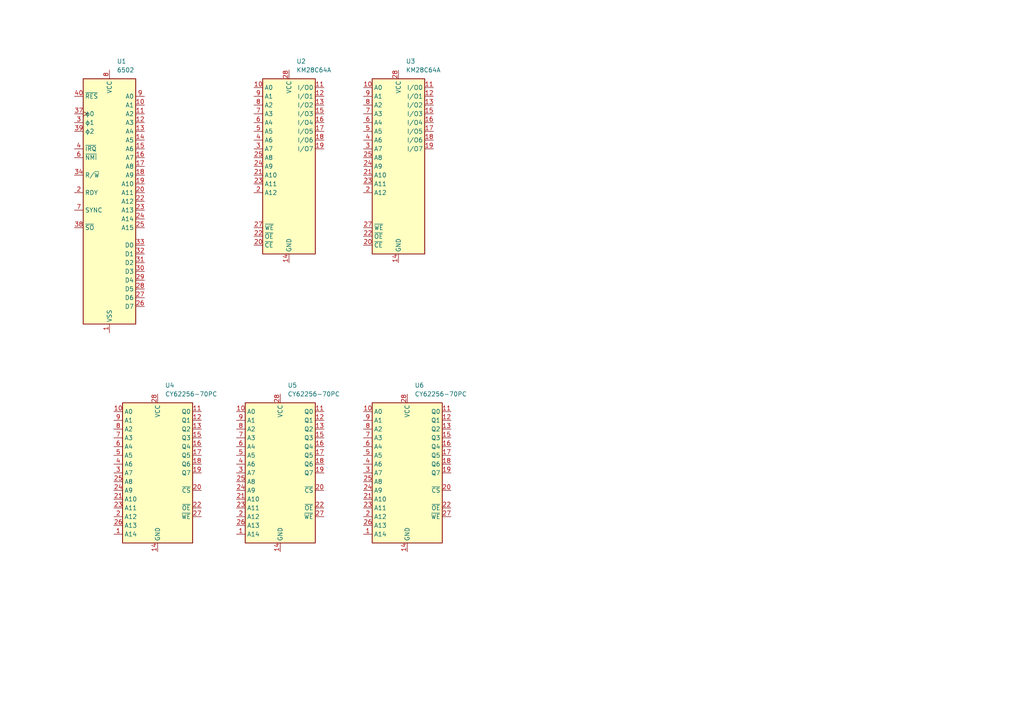
<source format=kicad_sch>
(kicad_sch (version 20250114) (generator "eeschema") (generator_version "9.0")
  (paper "A4")
  (lib_symbols
    (symbol "Memory_EEPROM:KM28C64A"
      (property "Reference" "U" (at -7.62 26.67 0))
      (property "Value" "KM28C64A" (at 2.54 -26.67 0))
      (symbol "KM28C64A_1_1"
        (rectangle (start -7.62 25.4) (end 7.62 -25.4) (stroke (width 0.254)) (fill (type background)))
        (pin input line (at -10.16 22.86 0) (length 2.54) (name "A0") (number "10"))
        (pin input line (at -10.16 20.32 0) (length 2.54) (name "A1") (number "9"))
        (pin input line (at -10.16 17.78 0) (length 2.54) (name "A2") (number "8"))
        (pin input line (at -10.16 15.24 0) (length 2.54) (name "A3") (number "7"))
        (pin input line (at -10.16 12.7 0) (length 2.54) (name "A4") (number "6"))
        (pin input line (at -10.16 10.16 0) (length 2.54) (name "A5") (number "5"))
        (pin input line (at -10.16 7.62 0) (length 2.54) (name "A6") (number "4"))
        (pin input line (at -10.16 5.08 0) (length 2.54) (name "A7") (number "3"))
        (pin input line (at -10.16 2.54 0) (length 2.54) (name "A8") (number "25"))
        (pin input line (at -10.16 0 0) (length 2.54) (name "A9") (number "24"))
        (pin input line (at -10.16 -2.54 0) (length 2.54) (name "A10") (number "21"))
        (pin input line (at -10.16 -5.08 0) (length 2.54) (name "A11") (number "23"))
        (pin input line (at -10.16 -7.62 0) (length 2.54) (name "A12") (number "2"))
        (pin input line (at -10.16 -17.78 0) (length 2.54) (name "~{WE}") (number "27"))
        (pin input line (at -10.16 -20.32 0) (length 2.54) (name "~{OE}") (number "22"))
        (pin input line (at -10.16 -22.86 0) (length 2.54) (name "~{CE}") (number "20"))
        (pin no_connect line (at -7.62 -12.7 0) (length 2.54) (hide yes) (name "NC") (number "1"))
        (pin power_in line (at 0 27.94 270) (length 2.54) (name "VCC") (number "28"))
        (pin power_in line (at 0 -27.94 90) (length 2.54) (name "GND") (number "14"))
        (pin no_connect line (at 7.62 -17.78 180) (length 2.54) (hide yes) (name "NC") (number "26"))
        (pin tri_state line (at 10.16 22.86 180) (length 2.54) (name "I/O0") (number "11"))
        (pin tri_state line (at 10.16 20.32 180) (length 2.54) (name "I/O1") (number "12"))
        (pin tri_state line (at 10.16 17.78 180) (length 2.54) (name "I/O2") (number "13"))
        (pin tri_state line (at 10.16 15.24 180) (length 2.54) (name "I/O3") (number "15"))
        (pin tri_state line (at 10.16 12.7 180) (length 2.54) (name "I/O4") (number "16"))
        (pin tri_state line (at 10.16 10.16 180) (length 2.54) (name "I/O5") (number "17"))
        (pin tri_state line (at 10.16 7.62 180) (length 2.54) (name "I/O6") (number "18"))
        (pin tri_state line (at 10.16 5.08 180) (length 2.54) (name "I/O7") (number "19"))
      )
    )
    (symbol "Memory_RAM:CY62256-70PC"
      (property "Reference" "U" (at -10.16 20.955 0))
      (property "Value" "CY62256-70PC" (at 2.54 20.955 0))
      (symbol "CY62256-70PC_0_0"
        (pin power_in line (at 0 22.86 270) (length 2.54) (name "VCC") (number "28"))
        (pin power_in line (at 0 -22.86 90) (length 2.54) (name "GND") (number "14"))
      )
      (symbol "CY62256-70PC_0_1"
        (rectangle (start -10.16 20.32) (end 10.16 -20.32) (stroke (width 0.254)) (fill (type background)))
      )
      (symbol "CY62256-70PC_1_1"
        (pin input line (at -12.7 17.78 0) (length 2.54) (name "A0") (number "10"))
        (pin input line (at -12.7 15.24 0) (length 2.54) (name "A1") (number "9"))
        (pin input line (at -12.7 12.7 0) (length 2.54) (name "A2") (number "8"))
        (pin input line (at -12.7 10.16 0) (length 2.54) (name "A3") (number "7"))
        (pin input line (at -12.7 7.62 0) (length 2.54) (name "A4") (number "6"))
        (pin input line (at -12.7 5.08 0) (length 2.54) (name "A5") (number "5"))
        (pin input line (at -12.7 2.54 0) (length 2.54) (name "A6") (number "4"))
        (pin input line (at -12.7 0 0) (length 2.54) (name "A7") (number "3"))
        (pin input line (at -12.7 -2.54 0) (length 2.54) (name "A8") (number "25"))
        (pin input line (at -12.7 -5.08 0) (length 2.54) (name "A9") (number "24"))
        (pin input line (at -12.7 -7.62 0) (length 2.54) (name "A10") (number "21"))
        (pin input line (at -12.7 -10.16 0) (length 2.54) (name "A11") (number "23"))
        (pin input line (at -12.7 -12.7 0) (length 2.54) (name "A12") (number "2"))
        (pin input line (at -12.7 -15.24 0) (length 2.54) (name "A13") (number "26"))
        (pin input line (at -12.7 -17.78 0) (length 2.54) (name "A14") (number "1"))
        (pin tri_state line (at 12.7 17.78 180) (length 2.54) (name "Q0") (number "11"))
        (pin tri_state line (at 12.7 15.24 180) (length 2.54) (name "Q1") (number "12"))
        (pin tri_state line (at 12.7 12.7 180) (length 2.54) (name "Q2") (number "13"))
        (pin tri_state line (at 12.7 10.16 180) (length 2.54) (name "Q3") (number "15"))
        (pin tri_state line (at 12.7 7.62 180) (length 2.54) (name "Q4") (number "16"))
        (pin tri_state line (at 12.7 5.08 180) (length 2.54) (name "Q5") (number "17"))
        (pin tri_state line (at 12.7 2.54 180) (length 2.54) (name "Q6") (number "18"))
        (pin tri_state line (at 12.7 0 180) (length 2.54) (name "Q7") (number "19"))
        (pin input line (at 12.7 -5.08 180) (length 2.54) (name "~{CS}") (number "20"))
        (pin input line (at 12.7 -10.16 180) (length 2.54) (name "~{OE}") (number "22"))
        (pin input line (at 12.7 -12.7 180) (length 2.54) (name "~{WE}") (number "27"))
      )
    )
    (symbol "PCM_65xx-library:6502"
      (property "Reference" "U" (at 2.54 40.64 0))
      (property "Value" "6502" (at 2.54 38.1 0))
      (symbol "6502_0_1"
        (rectangle (start -7.62 35.56) (end 7.62 -35.56) (stroke (width 0.254)) (fill (type background)))
      )
      (symbol "6502_1_1"
        (pin input line (at -10.16 30.48 0) (length 2.54) (name "~{RES}") (number "40"))
        (pin input clock (at -10.16 25.4 0) (length 2.54) (name "ϕ0") (number "37"))
        (pin output line (at -10.16 22.86 0) (length 2.54) (name "ϕ1") (number "3"))
        (pin output line (at -10.16 20.32 0) (length 2.54) (name "ϕ2") (number "39"))
        (pin input line (at -10.16 15.24 0) (length 2.54) (name "~{IRQ}") (number "4"))
        (pin input line (at -10.16 12.7 0) (length 2.54) (name "~{NMI}") (number "6"))
        (pin output line (at -10.16 7.62 0) (length 2.54) (name "R/~{W}") (number "34"))
        (pin input line (at -10.16 2.54 0) (length 2.54) (name "RDY") (number "2"))
        (pin output line (at -10.16 -2.54 0) (length 2.54) (name "SYNC") (number "7"))
        (pin input line (at -10.16 -7.62 0) (length 2.54) (name "~{SO}") (number "38"))
        (pin no_connect non_logic (at -7.62 -12.7 0) (length 2.54) (hide yes) (name "nc") (number "5"))
        (pin no_connect non_logic (at -7.62 -15.24 0) (length 2.54) (hide yes) (name "nc") (number "35"))
        (pin no_connect non_logic (at -7.62 -17.78 0) (length 2.54) (hide yes) (name "nc") (number "36"))
        (pin power_in line (at 0 38.1 270) (length 2.54) (name "VCC") (number "8"))
        (pin power_in line (at 0 -38.1 90) (length 2.54) (name "VSS") (number "1"))
        (pin passive line (at 0 -38.1 90) (length 2.54) (hide yes) (name "VSS") (number "21"))
        (pin output line (at 10.16 30.48 180) (length 2.54) (name "A0") (number "9"))
        (pin output line (at 10.16 27.94 180) (length 2.54) (name "A1") (number "10"))
        (pin output line (at 10.16 25.4 180) (length 2.54) (name "A2") (number "11"))
        (pin output line (at 10.16 22.86 180) (length 2.54) (name "A3") (number "12"))
        (pin output line (at 10.16 20.32 180) (length 2.54) (name "A4") (number "13"))
        (pin output line (at 10.16 17.78 180) (length 2.54) (name "A5") (number "14"))
        (pin output line (at 10.16 15.24 180) (length 2.54) (name "A6") (number "15"))
        (pin output line (at 10.16 12.7 180) (length 2.54) (name "A7") (number "16"))
        (pin output line (at 10.16 10.16 180) (length 2.54) (name "A8") (number "17"))
        (pin output line (at 10.16 7.62 180) (length 2.54) (name "A9") (number "18"))
        (pin output line (at 10.16 5.08 180) (length 2.54) (name "A10") (number "19"))
        (pin output line (at 10.16 2.54 180) (length 2.54) (name "A11") (number "20"))
        (pin output line (at 10.16 0 180) (length 2.54) (name "A12") (number "22"))
        (pin output line (at 10.16 -2.54 180) (length 2.54) (name "A13") (number "23"))
        (pin output line (at 10.16 -5.08 180) (length 2.54) (name "A14") (number "24"))
        (pin output line (at 10.16 -7.62 180) (length 2.54) (name "A15") (number "25"))
        (pin bidirectional line (at 10.16 -12.7 180) (length 2.54) (name "D0") (number "33"))
        (pin bidirectional line (at 10.16 -15.24 180) (length 2.54) (name "D1") (number "32"))
        (pin bidirectional line (at 10.16 -17.78 180) (length 2.54) (name "D2") (number "31"))
        (pin bidirectional line (at 10.16 -20.32 180) (length 2.54) (name "D3") (number "30"))
        (pin bidirectional line (at 10.16 -22.86 180) (length 2.54) (name "D4") (number "29"))
        (pin bidirectional line (at 10.16 -25.4 180) (length 2.54) (name "D5") (number "28"))
        (pin bidirectional line (at 10.16 -27.94 180) (length 2.54) (name "D6") (number "27"))
        (pin bidirectional line (at 10.16 -30.48 180) (length 2.54) (name "D7") (number "26"))
      )
    )
  )
  (symbol (lib_id "PCM_65xx-library:6502") (at 31.75 58.42 0) (unit 1)
    (property "Reference" "U1" (at 33.8933 17.78 0) (effects (justify left)))
    (property "Value" "6502" (at 33.8933 20.32 0) (effects (justify left)))
    (property "Footprint" "Package_DIP:DIP-40_W15.24mm" (effects (hide yes)))
    (property "Datasheet" "http://www.6502.org/documents/datasheets/mos/mos_6500_mpu_mar_1980.pdf" (effects (hide yes)))
    (property "Description" "8-bit NMOS Microprocessor, 64K, DIP-40" (effects (hide yes)))
  )
  (symbol (lib_id "Memory_RAM:CY62256-70PC") (at 81.28 137.16 0) (unit 1)
    (property "Reference" "U5" (at 83.4233 111.76 0) (effects (justify left)))
    (property "Value" "CY62256-70PC" (at 83.4233 114.3 0) (effects (justify left)))
    (property "Footprint" "Package_DIP:DIP-28_W15.24mm" (effects (hide yes)))
    (property "Datasheet" "https://ecee.colorado.edu/~mcclurel/Cypress_SRAM_CY62256.pdf" (effects (hide yes)))
    (property "Description" "256K (32K x 8) Static RAM, 70ns, DIP-28" (effects (hide yes)))
  )
  (symbol (lib_id "Memory_RAM:CY62256-70PC") (at 118.11 137.16 0) (unit 1)
    (property "Reference" "U6" (at 120.2533 111.76 0) (effects (justify left)))
    (property "Value" "CY62256-70PC" (at 120.2533 114.3 0) (effects (justify left)))
    (property "Footprint" "Package_DIP:DIP-28_W15.24mm" (effects (hide yes)))
    (property "Datasheet" "https://ecee.colorado.edu/~mcclurel/Cypress_SRAM_CY62256.pdf" (effects (hide yes)))
    (property "Description" "256K (32K x 8) Static RAM, 70ns, DIP-28" (effects (hide yes)))
  )
  (symbol (lib_id "Memory_EEPROM:KM28C64A") (at 115.57 48.26 0) (unit 1)
    (property "Reference" "U3" (at 117.7133 17.78 0) (effects (justify left)))
    (property "Value" "KM28C64A" (at 117.7133 20.32 0) (effects (justify left)))
    (property "Footprint" "Package_DIP:DIP-28_W15.24mm" (effects (hide yes)))
    (property "Datasheet" "https://tvsat.com.pl/PDF/K/km28c64_sam.pdf" (effects (hide yes)))
    (property "Description" "EEPROM 8K x 8, 5V, Not  in Production, DIP-28" (effects (hide yes)))
  )
  (symbol (lib_id "Memory_EEPROM:KM28C64A") (at 83.82 48.26 0) (unit 1)
    (property "Reference" "U2" (at 85.9633 17.78 0) (effects (justify left)))
    (property "Value" "KM28C64A" (at 85.9633 20.32 0) (effects (justify left)))
    (property "Footprint" "Package_DFN_QFN:DFN-8-1EP_3x2mm_P0.5mm_EP1.3x1.5mm" (effects (hide yes)))
    (property "Datasheet" "https://tvsat.com.pl/PDF/K/km28c64_sam.pdf" (effects (hide yes)))
    (property "Description" "EEPROM 8K x 8, 5V, Not  in Production, DIP-28" (effects (hide yes)))
  )
  (symbol (lib_id "Memory_RAM:CY62256-70PC") (at 45.72 137.16 0) (unit 1)
    (property "Reference" "U4" (at 47.8633 111.76 0) (effects (justify left)))
    (property "Value" "CY62256-70PC" (at 47.8633 114.3 0) (effects (justify left)))
    (property "Footprint" "Package_DIP:DIP-28_W15.24mm" (effects (hide yes)))
    (property "Datasheet" "https://ecee.colorado.edu/~mcclurel/Cypress_SRAM_CY62256.pdf" (effects (hide yes)))
    (property "Description" "256K (32K x 8) Static RAM, 70ns, DIP-28" (effects (hide yes)))
  )
)
</source>
